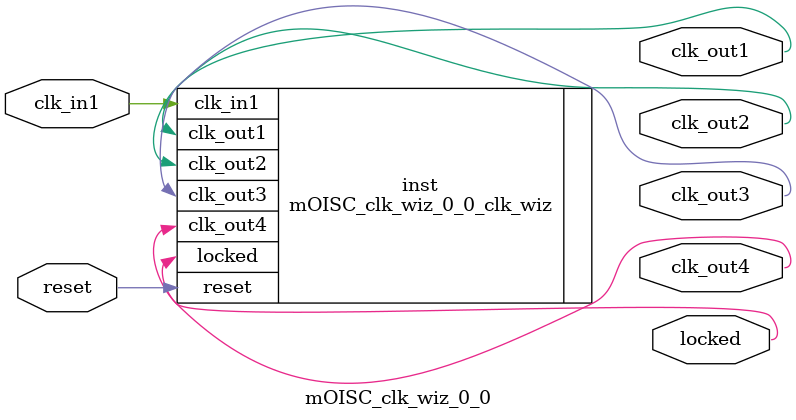
<source format=v>


`timescale 1ps/1ps

(* CORE_GENERATION_INFO = "mOISC_clk_wiz_0_0,clk_wiz_v6_0_9_0_0,{component_name=mOISC_clk_wiz_0_0,use_phase_alignment=true,use_min_o_jitter=false,use_max_i_jitter=false,use_dyn_phase_shift=false,use_inclk_switchover=false,use_dyn_reconfig=false,enable_axi=0,feedback_source=FDBK_AUTO,PRIMITIVE=MMCM,num_out_clk=4,clkin1_period=8.000,clkin2_period=10.000,use_power_down=false,use_reset=true,use_locked=true,use_inclk_stopped=false,feedback_type=SINGLE,CLOCK_MGR_TYPE=NA,manual_override=false}" *)

module mOISC_clk_wiz_0_0 
 (
  // Clock out ports
  output        clk_out1,
  output        clk_out2,
  output        clk_out3,
  output        clk_out4,
  // Status and control signals
  input         reset,
  output        locked,
 // Clock in ports
  input         clk_in1
 );

  mOISC_clk_wiz_0_0_clk_wiz inst
  (
  // Clock out ports  
  .clk_out1(clk_out1),
  .clk_out2(clk_out2),
  .clk_out3(clk_out3),
  .clk_out4(clk_out4),
  // Status and control signals               
  .reset(reset), 
  .locked(locked),
 // Clock in ports
  .clk_in1(clk_in1)
  );

endmodule

</source>
